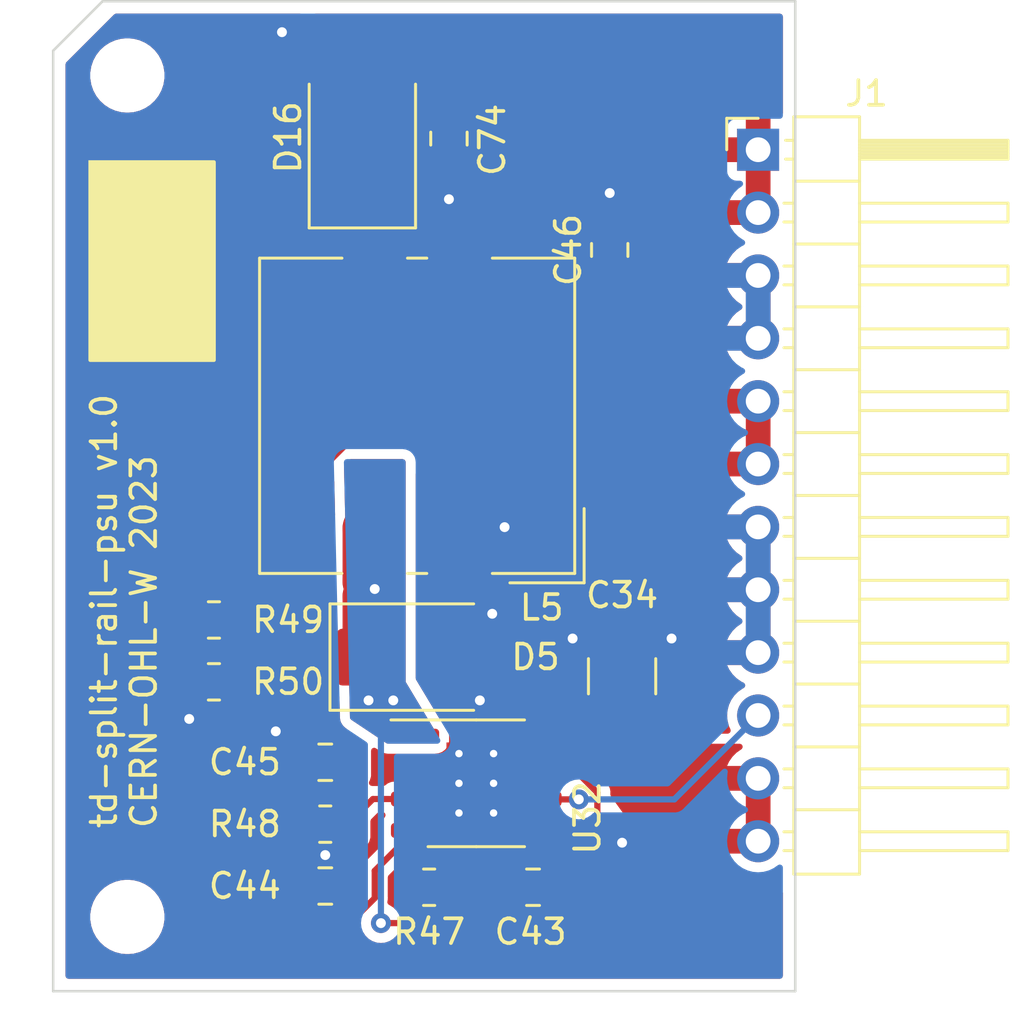
<source format=kicad_pcb>
(kicad_pcb (version 20221018) (generator pcbnew)
  (layers (0 "F.Cu" signal) (31 "B.Cu" signal) (34 "B.Paste" user) (35 "F.Paste" user) (36 "B.SilkS" user "B.Silkscreen") (37 "F.SilkS" user "F.Silkscreen") (38 "B.Mask" user) (39 "F.Mask" user) (44 "Edge.Cuts" user))
  (net 0 "")
  (net 1 "+48V")
  (net 2 "GND")
  (net 3 "Net-(U32-BST)")
  (net 4 "Net-(C44-Pad1)")
  (net 5 "Net-(U32-VC)")
  (net 6 "+12V")
  (net 7 "-12V")
  (net 8 "Net-(D16-K)")
  (net 9 "Net-(U32-RT)")
  (net 10 "Net-(U32-FB)")
  (net 11 "EN")
  (net 12 "/SW")
  (footprint "Capacitor_SMD:C_0805_2012Metric" (layer "F.Cu") (at 169.4 105.8 180)
    (fp_text reference "C43" (at 0.1 -1.8 180) (layer "F.SilkS"))
    (fp_text value "0.1uF")
    (fp_line (start -0.261252 -0.735) (end 0.261252 -0.735) (stroke (width 0.12)) (layer "F.SilkS"))
    (fp_line (start -0.261252 0.735) (end 0.261252 0.735) (stroke (width 0.12)) (layer "F.SilkS"))
    (pad "1" smd roundrect (at -0.95 0 180) (size 1 1.45) (layers "F.Cu" "F.Paste" "F.Mask") (net 3 "Net-(U32-BST)"))
    (pad "2" smd roundrect (at 0.95 0 180) (size 1 1.45) (layers "F.Cu" "F.Paste" "F.Mask") (net 12 "/SW"))
  )
  (footprint "Capacitor_SMD:C_0805_2012Metric" (layer "F.Cu") (at 161 105.75)
    (fp_text reference "C44" (at -3.25 0) (layer "F.SilkS"))
    (fp_text value "0.033uF")
    (fp_line (start -0.261252 -0.735) (end 0.261252 -0.735) (stroke (width 0.12)) (layer "F.SilkS"))
    (fp_line (start -0.261252 0.735) (end 0.261252 0.735) (stroke (width 0.12)) (layer "F.SilkS"))
    (pad "1" smd roundrect (at -0.95 0) (size 1 1.45) (layers "F.Cu" "F.Paste" "F.Mask") (net 4 "Net-(C44-Pad1)"))
    (pad "2" smd roundrect (at 0.95 0) (size 1 1.45) (layers "F.Cu" "F.Paste" "F.Mask") (net 2 "GND"))
  )
  (footprint "Resistor_SMD:R_0805_2012Metric" (layer "F.Cu") (at 165.2 105.8 180)
    (fp_text reference "R47" (at 0 -1.8) (layer "F.SilkS"))
    (fp_text value "20k")
    (fp_line (start -0.227064 -0.735) (end 0.227064 -0.735) (stroke (width 0.12)) (layer "F.SilkS"))
    (fp_line (start -0.227064 0.735) (end 0.227064 0.735) (stroke (width 0.12)) (layer "F.SilkS"))
    (pad "1" smd roundrect (at -0.9125 0 180) (size 1.025 1.4) (layers "F.Cu" "F.Paste" "F.Mask") (roundrect_rratio 0.243902439) (net 9 "Net-(U32-RT)"))
    (pad "2" smd roundrect (at 0.9125 0 180) (size 1.025 1.4) (layers "F.Cu" "F.Paste" "F.Mask") (roundrect_rratio 0.243902439) (net 2 "GND"))
  )
  (footprint "Resistor_SMD:R_0805_2012Metric" (layer "F.Cu") (at 156.5 95)
    (fp_text reference "R49" (at 3 0) (layer "F.SilkS"))
    (fp_text value "11k")
    (fp_line (start -0.227064 -0.735) (end 0.227064 -0.735) (stroke (width 0.12)) (layer "F.SilkS"))
    (fp_line (start -0.227064 0.735) (end 0.227064 0.735) (stroke (width 0.12)) (layer "F.SilkS"))
    (pad "1" smd roundrect (at -0.9125 0) (size 1.025 1.4) (layers "F.Cu" "F.Paste" "F.Mask") (roundrect_rratio 0.243902439) (net 6 "+12V"))
    (pad "2" smd roundrect (at 0.9125 0) (size 1.025 1.4) (layers "F.Cu" "F.Paste" "F.Mask") (roundrect_rratio 0.243902439) (net 10 "Net-(U32-FB)"))
  )
  (footprint "Resistor_SMD:R_0805_2012Metric" (layer "F.Cu") (at 156.5 97.5 180)
    (fp_text reference "R50" (at -3 0) (layer "F.SilkS"))
    (fp_text value "1k")
    (fp_line (start -0.227064 -0.735) (end 0.227064 -0.735) (stroke (width 0.12)) (layer "F.SilkS"))
    (fp_line (start -0.227064 0.735) (end 0.227064 0.735) (stroke (width 0.12)) (layer "F.SilkS"))
    (pad "1" smd roundrect (at -0.9125 0 180) (size 1.025 1.4) (layers "F.Cu" "F.Paste" "F.Mask") (roundrect_rratio 0.243902439) (net 10 "Net-(U32-FB)"))
    (pad "2" smd roundrect (at 0.9125 0 180) (size 1.025 1.4) (layers "F.Cu" "F.Paste" "F.Mask") (roundrect_rratio 0.243902439) (net 2 "GND"))
  )
  (footprint "Capacitor_SMD:C_0805_2012Metric" (layer "F.Cu") (at 172.5 80.05 90)
    (fp_text reference "C46" (at 0 -1.68 90) (layer "F.SilkS"))
    (fp_text value "22uF")
    (fp_line (start -0.261252 -0.735) (end 0.261252 -0.735) (stroke (width 0.12)) (layer "F.SilkS"))
    (fp_line (start -0.261252 0.735) (end 0.261252 0.735) (stroke (width 0.12)) (layer "F.SilkS"))
    (pad "1" smd roundrect (at -0.95 0 90) (size 1 1.45) (layers "F.Cu" "F.Paste" "F.Mask") (net 6 "+12V"))
    (pad "2" smd roundrect (at 0.95 0 90) (size 1 1.45) (layers "F.Cu" "F.Paste" "F.Mask") (net 2 "GND"))
  )
  (footprint "Capacitor_SMD:C_1210_3225Metric" (layer "F.Cu") (at 173 97.275 90)
    (fp_text reference "C34" (at 3.275 0) (layer "F.SilkS"))
    (fp_text value "C")
    (fp_line (start -0.711252 -1.36) (end 0.711252 -1.36) (stroke (width 0.12)) (layer "F.SilkS"))
    (fp_line (start -0.711252 1.36) (end 0.711252 1.36) (stroke (width 0.12)) (layer "F.SilkS"))
    (pad "1" smd roundrect (at -1.475 0 90) (size 1.15 2.7) (layers "F.Cu" "F.Paste" "F.Mask") (roundrect_rratio 0.2173913043) (net 1 "+48V"))
    (pad "2" smd roundrect (at 1.475 0 90) (size 1.15 2.7) (layers "F.Cu" "F.Paste" "F.Mask") (roundrect_rratio 0.2173913043) (net 2 "GND"))
  )
  (footprint "Connector_PinHeader_2.54mm:PinHeader_1x12_P2.54mm_Horizontal" (layer "F.Cu") (at 178.5 76)
    (fp_text reference "J1" (at 4.385 -2.27) (layer "F.SilkS"))
    (fp_text value "Conn_01x12_Pin")
    (fp_line (start -1.27 -1.27) (end 0 -1.27) (stroke (width 0.12)) (layer "F.SilkS"))
    (fp_line (start -1.27 0) (end -1.27 -1.27) (stroke (width 0.12)) (layer "F.SilkS"))
    (fp_line (start 1.042929 2.16) (end 1.44 2.16) (stroke (width 0.12)) (layer "F.SilkS"))
    (fp_line (start 1.042929 2.92) (end 1.44 2.92) (stroke (width 0.12)) (layer "F.SilkS"))
    (fp_line (start 1.042929 4.7) (end 1.44 4.7) (stroke (width 0.12)) (layer "F.SilkS"))
    (fp_line (start 1.042929 5.46) (end 1.44 5.46) (stroke (width 0.12)) (layer "F.SilkS"))
    (fp_line (start 1.042929 7.24) (end 1.44 7.24) (stroke (width 0.12)) (layer "F.SilkS"))
    (fp_line (start 1.042929 8) (end 1.44 8) (stroke (width 0.12)) (layer "F.SilkS"))
    (fp_line (start 1.042929 9.78) (end 1.44 9.78) (stroke (width 0.12)) (layer "F.SilkS"))
    (fp_line (start 1.042929 10.54) (end 1.44 10.54) (stroke (width 0.12)) (layer "F.SilkS"))
    (fp_line (start 1.042929 12.32) (end 1.44 12.32) (stroke (width 0.12)) (layer "F.SilkS"))
    (fp_line (start 1.042929 13.08) (end 1.44 13.08) (stroke (width 0.12)) (layer "F.SilkS"))
    (fp_line (start 1.042929 14.86) (end 1.44 14.86) (stroke (width 0.12)) (layer "F.SilkS"))
    (fp_line (start 1.042929 15.62) (end 1.44 15.62) (stroke (width 0.12)) (layer "F.SilkS"))
    (fp_line (start 1.042929 17.4) (end 1.44 17.4) (stroke (width 0.12)) (layer "F.SilkS"))
    (fp_line (start 1.042929 18.16) (end 1.44 18.16) (stroke (width 0.12)) (layer "F.SilkS"))
    (fp_line (start 1.042929 19.94) (end 1.44 19.94) (stroke (width 0.12)) (layer "F.SilkS"))
    (fp_line (start 1.042929 20.7) (end 1.44 20.7) (stroke (width 0.12)) (layer "F.SilkS"))
    (fp_line (start 1.042929 22.48) (end 1.44 22.48) (stroke (width 0.12)) (layer "F.SilkS"))
    (fp_line (start 1.042929 23.24) (end 1.44 23.24) (stroke (width 0.12)) (layer "F.SilkS"))
    (fp_line (start 1.042929 25.02) (end 1.44 25.02) (stroke (width 0.12)) (layer "F.SilkS"))
    (fp_line (start 1.042929 25.78) (end 1.44 25.78) (stroke (width 0.12)) (layer "F.SilkS"))
    (fp_line (start 1.042929 27.56) (end 1.44 27.56) (stroke (width 0.12)) (layer "F.SilkS"))
    (fp_line (start 1.042929 28.32) (end 1.44 28.32) (stroke (width 0.12)) (layer "F.SilkS"))
    (fp_line (start 1.11 -0.38) (end 1.44 -0.38) (stroke (width 0.12)) (layer "F.SilkS"))
    (fp_line (start 1.11 0.38) (end 1.44 0.38) (stroke (width 0.12)) (layer "F.SilkS"))
    (fp_line (start 1.44 -1.33) (end 1.44 29.27) (stroke (width 0.12)) (layer "F.SilkS"))
    (fp_line (start 1.44 1.27) (end 4.1 1.27) (stroke (width 0.12)) (layer "F.SilkS"))
    (fp_line (start 1.44 3.81) (end 4.1 3.81) (stroke (width 0.12)) (layer "F.SilkS"))
    (fp_line (start 1.44 6.35) (end 4.1 6.35) (stroke (width 0.12)) (layer "F.SilkS"))
    (fp_line (start 1.44 8.89) (end 4.1 8.89) (stroke (width 0.12)) (layer "F.SilkS"))
    (fp_line (start 1.44 11.43) (end 4.1 11.43) (stroke (width 0.12)) (layer "F.SilkS"))
    (fp_line (start 1.44 13.97) (end 4.1 13.97) (stroke (width 0.12)) (layer "F.SilkS"))
    (fp_line (start 1.44 16.51) (end 4.1 16.51) (stroke (width 0.12)) (layer "F.SilkS"))
    (fp_line (start 1.44 19.05) (end 4.1 19.05) (stroke (width 0.12)) (layer "F.SilkS"))
    (fp_line (start 1.44 21.59) (end 4.1 21.59) (stroke (width 0.12)) (layer "F.SilkS"))
    (fp_line (start 1.44 24.13) (end 4.1 24.13) (stroke (width 0.12)) (layer "F.SilkS"))
    (fp_line (start 1.44 26.67) (end 4.1 26.67) (stroke (width 0.12)) (layer "F.SilkS"))
    (fp_line (start 1.44 29.27) (end 4.1 29.27) (stroke (width 0.12)) (layer "F.SilkS"))
    (fp_line (start 4.1 -1.33) (end 1.44 -1.33) (stroke (width 0.12)) (layer "F.SilkS"))
    (fp_line (start 4.1 -0.38) (end 10.1 -0.38) (stroke (width 0.12)) (layer "F.SilkS"))
    (fp_line (start 4.1 -0.32) (end 10.1 -0.32) (stroke (width 0.12)) (layer "F.SilkS"))
    (fp_line (start 4.1 -0.2) (end 10.1 -0.2) (stroke (width 0.12)) (layer "F.SilkS"))
    (fp_line (start 4.1 -0.08) (end 10.1 -0.08) (stroke (width 0.12)) (layer "F.SilkS"))
    (fp_line (start 4.1 0.04) (end 10.1 0.04) (stroke (width 0.12)) (layer "F.SilkS"))
    (fp_line (start 4.1 0.16) (end 10.1 0.16) (stroke (width 0.12)) (layer "F.SilkS"))
    (fp_line (start 4.1 0.28) (end 10.1 0.28) (stroke (width 0.12)) (layer "F.SilkS"))
    (fp_line (start 4.1 2.16) (end 10.1 2.16) (stroke (width 0.12)) (layer "F.SilkS"))
    (fp_line (start 4.1 4.7) (end 10.1 4.7) (stroke (width 0.12)) (layer "F.SilkS"))
    (fp_line (start 4.1 7.24) (end 10.1 7.24) (stroke (width 0.12)) (layer "F.SilkS"))
    (fp_line (start 4.1 9.78) (end 10.1 9.78) (stroke (width 0.12)) (layer "F.SilkS"))
    (fp_line (start 4.1 12.32) (end 10.1 12.32) (stroke (width 0.12)) (layer "F.SilkS"))
    (fp_line (start 4.1 14.86) (end 10.1 14.86) (stroke (width 0.12)) (layer "F.SilkS"))
    (fp_line (start 4.1 17.4) (end 10.1 17.4) (stroke (width 0.12)) (layer "F.SilkS"))
    (fp_line (start 4.1 19.94) (end 10.1 19.94) (stroke (width 0.12)) (layer "F.SilkS"))
    (fp_line (start 4.1 22.48) (end 10.1 22.48) (stroke (width 0.12)) (layer "F.SilkS"))
    (fp_line (start 4.1 25.02) (end 10.1 25.02) (stroke (width 0.12)) (layer "F.SilkS"))
    (fp_line (start 4.1 27.56) (end 10.1 27.56) (stroke (width 0.12)) (layer "F.SilkS"))
    (fp_line (start 4.1 29.27) (end 4.1 -1.33) (stroke (width 0.12)) (layer "F.SilkS"))
    (fp_line (start 10.1 -0.38) (end 10.1 0.38) (stroke (width 0.12)) (layer "F.SilkS"))
    (fp_line (start 10.1 0.38) (end 4.1 0.38) (stroke (width 0.12)) (layer "F.SilkS"))
    (fp_line (start 10.1 2.16) (end 10.1 2.92) (stroke (width 0.12)) (layer "F.SilkS"))
    (fp_line (start 10.1 2.92) (end 4.1 2.92) (stroke (width 0.12)) (layer "F.SilkS"))
    (fp_line (start 10.1 4.7) (end 10.1 5.46) (stroke (width 0.12)) (layer "F.SilkS"))
    (fp_line (start 10.1 5.46) (end 4.1 5.46) (stroke (width 0.12)) (layer "F.SilkS"))
    (fp_line (start 10.1 7.24) (end 10.1 8) (stroke (width 0.12)) (layer "F.SilkS"))
    (fp_line (start 10.1 8) (end 4.1 8) (stroke (width 0.12)) (layer "F.SilkS"))
    (fp_line (start 10.1 9.78) (end 10.1 10.54) (stroke (width 0.12)) (layer "F.SilkS"))
    (fp_line (start 10.1 10.54) (end 4.1 10.54) (stroke (width 0.12)) (layer "F.SilkS"))
    (fp_line (start 10.1 12.32) (end 10.1 13.08) (stroke (width 0.12)) (layer "F.SilkS"))
    (fp_line (start 10.1 13.08) (end 4.1 13.08) (stroke (width 0.12)) (layer "F.SilkS"))
    (fp_line (start 10.1 14.86) (end 10.1 15.62) (stroke (width 0.12)) (layer "F.SilkS"))
    (fp_line (start 10.1 15.62) (end 4.1 15.62) (stroke (width 0.12)) (layer "F.SilkS"))
    (fp_line (start 10.1 17.4) (end 10.1 18.16) (stroke (width 0.12)) (layer "F.SilkS"))
    (fp_line (start 10.1 18.16) (end 4.1 18.16) (stroke (width 0.12)) (layer "F.SilkS"))
    (fp_line (start 10.1 19.94) (end 10.1 20.7) (stroke (width 0.12)) (layer "F.SilkS"))
    (fp_line (start 10.1 20.7) (end 4.1 20.7) (stroke (width 0.12)) (layer "F.SilkS"))
    (fp_line (start 10.1 22.48) (end 10.1 23.24) (stroke (width 0.12)) (layer "F.SilkS"))
    (fp_line (start 10.1 23.24) (end 4.1 23.24) (stroke (width 0.12)) (layer "F.SilkS"))
    (fp_line (start 10.1 25.02) (end 10.1 25.78) (stroke (width 0.12)) (layer "F.SilkS"))
    (fp_line (start 10.1 25.78) (end 4.1 25.78) (stroke (width 0.12)) (layer "F.SilkS"))
    (fp_line (start 10.1 27.56) (end 10.1 28.32) (stroke (width 0.12)) (layer "F.SilkS"))
    (fp_line (start 10.1 28.32) (end 4.1 28.32) (stroke (width 0.12)) (layer "F.SilkS"))
    (pad "1" thru_hole rect (at 0 0) (size 1.7 1.7) (drill 1) (layers "*.Cu" "*.Mask") (net 7 "-12V"))
    (pad "2" thru_hole oval (at 0 2.54) (size 1.7 1.7) (drill 1) (layers "*.Cu" "*.Mask") (net 7 "-12V"))
    (pad "3" thru_hole oval (at 0 5.08) (size 1.7 1.7) (drill 1) (layers "*.Cu" "*.Mask") (net 2 "GND"))
    (pad "4" thru_hole oval (at 0 7.62) (size 1.7 1.7) (drill 1) (layers "*.Cu" "*.Mask") (net 2 "GND"))
    (pad "5" thru_hole oval (at 0 10.16) (size 1.7 1.7) (drill 1) (layers "*.Cu" "*.Mask") (net 6 "+12V"))
    (pad "6" thru_hole oval (at 0 12.7) (size 1.7 1.7) (drill 1) (layers "*.Cu" "*.Mask") (net 6 "+12V"))
    (pad "7" thru_hole oval (at 0 15.24) (size 1.7 1.7) (drill 1) (layers "*.Cu" "*.Mask") (net 2 "GND"))
    (pad "8" thru_hole oval (at 0 17.78) (size 1.7 1.7) (drill 1) (layers "*.Cu" "*.Mask") (net 2 "GND"))
    (pad "9" thru_hole oval (at 0 20.32) (size 1.7 1.7) (drill 1) (layers "*.Cu" "*.Mask") (net 2 "GND"))
    (pad "10" thru_hole oval (at 0 22.86) (size 1.7 1.7) (drill 1) (layers "*.Cu" "*.Mask") (net 11 "EN"))
    (pad "11" thru_hole oval (at 0 25.4) (size 1.7 1.7) (drill 1) (layers "*.Cu" "*.Mask") (net 1 "+48V"))
    (pad "12" thru_hole oval (at 0 27.94) (size 1.7 1.7) (drill 1) (layers "*.Cu" "*.Mask") (net 1 "+48V"))
  )
  (footprint "MountingHole:MountingHole_2.5mm" (layer "F.Cu") (at 153 107)
    (fp_text reference "H2" hide)
    (fp_text value "MountingHole")
    (pad "" np_thru_hole circle (at 0 0) (size 2.5 2.5) (drill 2.5) (layers "*.Cu" "*.Mask"))
  )
  (footprint "Diode_SMD:D_SMB" (layer "F.Cu") (at 164.85 96.5)
    (fp_text reference "D5" (at 4.65 0) (layer "F.SilkS"))
    (fp_text value "B220")
    (fp_line (start -3.66 -2.15) (end -3.66 2.15) (stroke (width 0.12)) (layer "F.SilkS"))
    (fp_line (start -3.66 -2.15) (end 2.15 -2.15) (stroke (width 0.12)) (layer "F.SilkS"))
    (fp_line (start -3.66 2.15) (end 2.15 2.15) (stroke (width 0.12)) (layer "F.SilkS"))
    (pad "1" smd roundrect (at -2.15 0) (size 2.5 2.3) (layers "F.Cu" "F.Paste" "F.Mask") (roundrect_rratio 0.1086956522) (net 12 "/SW"))
    (pad "2" smd roundrect (at 2.15 0) (size 2.5 2.3) (layers "F.Cu" "F.Paste" "F.Mask") (roundrect_rratio 0.1086956522) (net 2 "GND"))
  )
  (footprint "Inductor_SMD:L_Bourns_SRF1260" (layer "F.Cu") (at 164.715 86.75 180)
    (fp_text reference "L5" (at -5.035 -7.75) (layer "F.SilkS"))
    (fp_text value "47uH")
    (fp_line (start -6.75 -6.75) (end -3.75 -6.75) (stroke (width 0.12)) (layer "F.SilkS"))
    (fp_line (start -6.75 -3.75) (end -6.75 -6.75) (stroke (width 0.12)) (layer "F.SilkS"))
    (fp_line (start -6.37 -6.37) (end -6.37 6.37) (stroke (width 0.12)) (layer "F.SilkS"))
    (fp_line (start -6.37 -6.37) (end -3.04 -6.37) (stroke (width 0.12)) (layer "F.SilkS"))
    (fp_line (start -6.37 6.37) (end -3.04 6.37) (stroke (width 0.12)) (layer "F.SilkS"))
    (fp_line (start -0.39 -6.37) (end 0.39 -6.37) (stroke (width 0.12)) (layer "F.SilkS"))
    (fp_line (start -0.39 6.37) (end 0.39 6.37) (stroke (width 0.12)) (layer "F.SilkS"))
    (fp_line (start 3.04 -6.37) (end 6.37 -6.37) (stroke (width 0.12)) (layer "F.SilkS"))
    (fp_line (start 3.04 6.37) (end 6.37 6.37) (stroke (width 0.12)) (layer "F.SilkS"))
    (fp_line (start 6.37 -6.37) (end 6.37 6.37) (stroke (width 0.12)) (layer "F.SilkS"))
    (pad "1" smd roundrect (at -1.715 -4.25 180) (size 2.15 4.5) (layers "F.Cu" "F.Paste" "F.Mask") (net 2 "GND"))
    (pad "2" smd roundrect (at 1.715 -4.25 180) (size 2.15 4.5) (layers "F.Cu" "F.Paste" "F.Mask") (net 12 "/SW"))
    (pad "3" smd roundrect (at 1.715 4.25 180) (size 2.15 4.5) (layers "F.Cu" "F.Paste" "F.Mask") (net 8 "Net-(D16-K)"))
    (pad "4" smd roundrect (at -1.715 4.25 180) (size 2.15 4.5) (layers "F.Cu" "F.Paste" "F.Mask") (net 6 "+12V"))
  )
  (footprint "Diode_SMD:D_SMB" (layer "F.Cu") (at 162.5 75.5 90)
    (fp_text reference "D16" (at 0 -3 90) (layer "F.SilkS"))
    (fp_text value "B220")
    (fp_line (start -3.66 -2.15) (end -3.66 2.15) (stroke (width 0.12)) (layer "F.SilkS"))
    (fp_line (start -3.66 -2.15) (end 2.15 -2.15) (stroke (width 0.12)) (layer "F.SilkS"))
    (fp_line (start -3.66 2.15) (end 2.15 2.15) (stroke (width 0.12)) (layer "F.SilkS"))
    (pad "1" smd roundrect (at -2.15 0 90) (size 2.5 2.3) (layers "F.Cu" "F.Paste" "F.Mask") (roundrect_rratio 0.1086956522) (net 8 "Net-(D16-K)"))
    (pad "2" smd roundrect (at 2.15 0 90) (size 2.5 2.3) (layers "F.Cu" "F.Paste" "F.Mask") (roundrect_rratio 0.1086956522) (net 7 "-12V"))
  )
  (footprint "Resistor_SMD:R_0805_2012Metric" (layer "F.Cu") (at 161 103.25 180)
    (fp_text reference "R48" (at 3.25 0) (layer "F.SilkS"))
    (fp_text value "15.4k")
    (fp_line (start -0.227064 -0.735) (end 0.227064 -0.735) (stroke (width 0.12)) (layer "F.SilkS"))
    (fp_line (start -0.227064 0.735) (end 0.227064 0.735) (stroke (width 0.12)) (layer "F.SilkS"))
    (pad "1" smd roundrect (at -0.9125 0 180) (size 1.025 1.4) (layers "F.Cu" "F.Paste" "F.Mask") (roundrect_rratio 0.243902439) (net 5 "Net-(U32-VC)"))
    (pad "2" smd roundrect (at 0.9125 0 180) (size 1.025 1.4) (layers "F.Cu" "F.Paste" "F.Mask") (roundrect_rratio 0.243902439) (net 4 "Net-(C44-Pad1)"))
  )
  (footprint "Capacitor_SMD:C_0805_2012Metric" (layer "F.Cu") (at 166 75.55 90)
    (fp_text reference "C74" (at -0.05 1.75 90) (layer "F.SilkS"))
    (fp_text value "C")
    (fp_line (start -0.261252 -0.735) (end 0.261252 -0.735) (stroke (width 0.12)) (layer "F.SilkS"))
    (fp_line (start -0.261252 0.735) (end 0.261252 0.735) (stroke (width 0.12)) (layer "F.SilkS"))
    (pad "1" smd roundrect (at -0.95 0 90) (size 1 1.45) (layers "F.Cu" "F.Paste" "F.Mask") (net 2 "GND"))
    (pad "2" smd roundrect (at 0.95 0 90) (size 1 1.45) (layers "F.Cu" "F.Paste" "F.Mask") (net 7 "-12V"))
  )
  (footprint "MountingHole:MountingHole_2.5mm" (layer "F.Cu") (at 153 73)
    (fp_text reference "H1" hide)
    (fp_text value "MountingHole")
    (pad "" np_thru_hole circle (at 0 0) (size 2.5 2.5) (drill 2.5) (layers "*.Cu" "*.Mask"))
  )
  (footprint "Capacitor_SMD:C_0805_2012Metric" (layer "F.Cu") (at 161 100.75 180)
    (fp_text reference "C45" (at 3.25 0) (layer "F.SilkS"))
    (fp_text value "22pF")
    (fp_line (start -0.261252 -0.735) (end 0.261252 -0.735) (stroke (width 0.12)) (layer "F.SilkS"))
    (fp_line (start -0.261252 0.735) (end 0.261252 0.735) (stroke (width 0.12)) (layer "F.SilkS"))
    (pad "1" smd roundrect (at -0.95 0 180) (size 1 1.45) (layers "F.Cu" "F.Paste" "F.Mask") (net 5 "Net-(U32-VC)"))
    (pad "2" smd roundrect (at 0.95 0 180) (size 1 1.45) (layers "F.Cu" "F.Paste" "F.Mask") (net 2 "GND"))
  )
  (footprint "Package_SO:SOIC-8-1EP_3.9x4.9mm_P1.27mm_EP2.41x3.3mm_ThermalVias" (layer "F.Cu") (at 167.105 101.6)
    (fp_text reference "U32" (at 4.495 1.4 90) (layer "F.SilkS"))
    (fp_text value "BD9G341AEFJ")
    (fp_line (start 0 -2.56) (end -3.45 -2.56) (stroke (width 0.12)) (layer "F.SilkS"))
    (fp_line (start 0 -2.56) (end 1.95 -2.56) (stroke (width 0.12)) (layer "F.SilkS"))
    (fp_line (start 0 2.56) (end -1.95 2.56) (stroke (width 0.12)) (layer "F.SilkS"))
    (fp_line (start 0 2.56) (end 1.95 2.56) (stroke (width 0.12)) (layer "F.SilkS"))
    (pad "1" smd roundrect (at -2.475 -1.905) (size 1.95 0.6) (layers "F.Cu" "F.Paste" "F.Mask") (net 12 "/SW"))
    (pad "2" smd roundrect (at -2.475 -0.635) (size 1.95 0.6) (layers "F.Cu" "F.Paste" "F.Mask") (net 2 "GND"))
    (pad "3" smd roundrect (at -2.475 0.635) (size 1.95 0.6) (layers "F.Cu" "F.Paste" "F.Mask") (net 5 "Net-(U32-VC)"))
    (pad "4" smd roundrect (at -2.475 1.905) (size 1.95 0.6) (layers "F.Cu" "F.Paste" "F.Mask") (net 10 "Net-(U32-FB)"))
    (pad "5" smd roundrect (at 2.475 1.905) (size 1.95 0.6) (layers "F.Cu" "F.Paste" "F.Mask") (net 9 "Net-(U32-RT)"))
    (pad "6" smd roundrect (at 2.475 0.635) (size 1.95 0.6) (layers "F.Cu" "F.Paste" "F.Mask") (net 11 "EN"))
    (pad "7" smd roundrect (at 2.475 -0.635) (size 1.95 0.6) (layers "F.Cu" "F.Paste" "F.Mask") (net 3 "Net-(U32-BST)"))
    (pad "8" smd roundrect (at 2.475 -1.905) (size 1.95 0.6) (layers "F.Cu" "F.Paste" "F.Mask") (net 1 "+48V"))
    (pad "9" thru_hole circle (at -0.7 -1.2) (size 0.5 0.5) (drill 0.3) (layers "*.Cu") (net 2 "GND"))
    (pad "9" thru_hole circle (at -0.7 0) (size 0.5 0.5) (drill 0.3) (layers "*.Cu") (net 2 "GND"))
    (pad "9" thru_hole circle (at -0.7 1.2) (size 0.5 0.5) (drill 0.3) (layers "*.Cu") (net 2 "GND"))
    (pad "9" smd rect (at 0 0) (size 1.9 2.9) (layers "B.Cu") (net 2 "GND"))
    (pad "9" smd rect (at 0 0) (size 2.41 3.3) (layers "F.Cu" "F.Mask") (net 2 "GND"))
    (pad "9" thru_hole circle (at 0.7 -1.2) (size 0.5 0.5) (drill 0.3) (layers "*.Cu") (net 2 "GND"))
    (pad "9" thru_hole circle (at 0.7 0) (size 0.5 0.5) (drill 0.3) (layers "*.Cu") (net 2 "GND"))
    (pad "9" thru_hole circle (at 0.7 1.2) (size 0.5 0.5) (drill 0.3) (layers "*.Cu") (net 2 "GND"))
  )
  (gr_rect (start 151.5 76.5) (end 156.5 84.5) (stroke (width 0.15)) (fill solid) (layer "F.SilkS"))
  (gr_line (start 180 110) (end 150 110) (stroke (width 0.1)) (layer "Edge.Cuts"))
  (gr_line (start 152 70) (end 180 70) (stroke (width 0.1)) (layer "Edge.Cuts"))
  (gr_line (start 150 72) (end 152 70) (stroke (width 0.1)) (layer "Edge.Cuts"))
  (gr_line (start 150 110) (end 150 72) (stroke (width 0.1)) (layer "Edge.Cuts"))
  (gr_line (start 180 70) (end 180 110) (stroke (width 0.1)) (layer "Edge.Cuts"))
  (gr_text "td-split-rail-psu v1.0\nCERN-OHL-W 2023" (at 154.25 103.5 90) (layer "F.SilkS") (effects (font (size 1 1)) (justify left bottom)))
  (via (at 175 95.75) (size 0.8) (drill 0.4) (layers "F.Cu" "B.Cu") (net 2))
  (via (at 171 95.75) (size 0.8) (drill 0.4) (layers "F.Cu" "B.Cu") (net 2))
  (via (at 168.25 91.25) (size 0.8) (drill 0.4) (layers "F.Cu" "B.Cu") (net 2))
  (via (at 159.25 71.25) (size 0.8) (drill 0.4) (layers "F.Cu" "B.Cu") (net 2))
  (via (at 161 104.5) (size 0.8) (drill 0.4) (layers "F.Cu" "B.Cu") (net 2))
  (via (at 166 78) (size 0.8) (drill 0.4) (layers "F.Cu" "B.Cu") (net 2))
  (via (at 167.75 94.75) (size 0.8) (drill 0.4) (layers "F.Cu" "B.Cu") (net 2))
  (via (at 173 104) (size 0.8) (drill 0.4) (layers "F.Cu" "B.Cu") (net 2))
  (via (at 167.25 98.25) (size 0.8) (drill 0.4) (layers "F.Cu" "B.Cu") (net 2))
  (via (at 155.5 99) (size 0.8) (drill 0.4) (layers "F.Cu" "B.Cu") (net 2))
  (via (at 172.5 77.75) (size 0.8) (drill 0.4) (layers "F.Cu" "B.Cu") (net 2))
  (via (at 159 99.5) (size 0.8) (drill 0.4) (layers "F.Cu" "B.Cu") (net 2))
  (segment (start 169.58 100.965) (end 170.990305 100.965) (width 0.25) (layer "F.Cu") (net 3))
  (segment (start 172 101.974695) (end 172 104.15) (width 0.25) (layer "F.Cu") (net 3))
  (segment (start 172 104.15) (end 170.35 105.8) (width 0.25) (layer "F.Cu") (net 3))
  (segment (start 170.990305 100.965) (end 172 101.974695) (width 0.25) (layer "F.Cu") (net 3))
  (segment (start 160.0875 103.25) (end 160.0875 105.7125) (width 0.25) (layer "F.Cu") (net 4))
  (segment (start 160.0875 105.7125) (end 160.05 105.75) (width 0.25) (layer "F.Cu") (net 4))
  (segment (start 161.95 103.2125) (end 161.9125 103.25) (width 0.25) (layer "F.Cu") (net 5))
  (segment (start 161.95 100.75) (end 161.95 103.2125) (width 0.25) (layer "F.Cu") (net 5))
  (segment (start 164.63 102.235) (end 162.9275 102.235) (width 0.25) (layer "F.Cu") (net 5))
  (segment (start 162.9275 102.235) (end 161.9125 103.25) (width 0.25) (layer "F.Cu") (net 5))
  (segment (start 155.5 94.855241) (end 155.5 94.25) (width 0.25) (layer "F.Cu") (net 6))
  (segment (start 166.43 83.32) (end 166.43 82.5) (width 0.25) (layer "F.Cu") (net 6))
  (segment (start 155.5875 94.942741) (end 155.5 94.855241) (width 0.25) (layer "F.Cu") (net 6))
  (segment (start 155.5 94.25) (end 166.43 83.32) (width 0.25) (layer "F.Cu") (net 6))
  (segment (start 155.5875 95) (end 155.5875 94.942741) (width 0.25) (layer "F.Cu") (net 6))
  (segment (start 162.5 82) (end 163 82.5) (width 2) (layer "F.Cu") (net 8))
  (segment (start 162.5 77.65) (end 162.5 82) (width 2) (layer "F.Cu") (net 8))
  (segment (start 169.58 103.505) (end 169.51 103.575) (width 0.25) (layer "F.Cu") (net 9))
  (segment (start 169.51 103.575) (end 168.3375 103.575) (width 0.25) (layer "F.Cu") (net 9))
  (segment (start 168.3375 103.575) (end 166.1125 105.8) (width 0.25) (layer "F.Cu") (net 9))
  (segment (start 164.63 103.505) (end 163 105.135) (width 0.25) (layer "F.Cu") (net 10))
  (segment (start 160.261827 107.5) (end 157.4125 104.650673) (width 0.25) (layer "F.Cu") (net 10))
  (segment (start 163 106.238173) (end 161.738173 107.5) (width 0.25) (layer "F.Cu") (net 10))
  (segment (start 157.4125 95) (end 157.4125 97.5) (width 0.25) (layer "F.Cu") (net 10))
  (segment (start 161.738173 107.5) (end 160.261827 107.5) (width 0.25) (layer "F.Cu") (net 10))
  (segment (start 157.4125 104.650673) (end 157.4125 97.5) (width 0.25) (layer "F.Cu") (net 10))
  (segment (start 163 105.135) (end 163 106.238173) (width 0.25) (layer "F.Cu") (net 10))
  (segment (start 171.25 102.25) (end 169.595 102.25) (width 0.25) (layer "F.Cu") (net 11))
  (segment (start 169.595 102.25) (end 169.58 102.235) (width 0.25) (layer "F.Cu") (net 11))
  (via (at 171.25 102.25) (size 0.8) (drill 0.4) (layers "F.Cu" "B.Cu") (net 11))
  (segment (start 175.11 102.25) (end 171.25 102.25) (width 0.25) (layer "B.Cu") (net 11))
  (segment (start 178.5 98.86) (end 175.11 102.25) (width 0.25) (layer "B.Cu") (net 11))
  (segment (start 168.45 105.8) (end 167 107.25) (width 0.25) (layer "F.Cu") (net 12))
  (segment (start 162.7 93.45) (end 162.7 91.3) (width 2) (layer "F.Cu") (net 12))
  (segment (start 162.7 94.05) (end 163 93.75) (width 2) (layer "F.Cu") (net 12))
  (segment (start 167 107.25) (end 163.25 107.25) (width 0.25) (layer "F.Cu") (net 12))
  (segment (start 164.63 99.695) (end 164.195 99.695) (width 0.25) (layer "F.Cu") (net 12))
  (segment (start 163 93.75) (end 162.7 93.45) (width 2) (layer "F.Cu") (net 12))
  (segment (start 162.7 96.5) (end 162.7 94.05) (width 2) (layer "F.Cu") (net 12))
  (segment (start 162.7 91.3) (end 163 91) (width 2) (layer "F.Cu") (net 12))
  (segment (start 162.75 96.55) (end 162.7 96.5) (width 0.25) (layer "F.Cu") (net 12))
  (via (at 163 93.75) (size 0.8) (drill 0.4) (layers "F.Cu" "B.Cu") (net 12))
  (via (at 162.75 98.25) (size 0.8) (drill 0.4) (layers "F.Cu" "B.Cu") (net 12))
  (via (at 163.75 98.25) (size 0.8) (drill 0.4) (layers "F.Cu" "B.Cu") (net 12))
  (via (at 163.25 107.25) (size 0.8) (drill 0.4) (layers "F.Cu" "B.Cu") (net 12))
  (segment (start 163.25 107.25) (end 163.25 98.75) (width 0.25) (layer "B.Cu") (net 12))
  (segment (start 163.25 98.75) (end 162.75 98.25) (width 0.25) (layer "B.Cu") (net 12))
  (zone (net 1) (net_name "+48V") (layer "F.Cu") (priority 1) (connect_pads thru_hole_only (clearance 0.4)) (min_thickness 0.25) (fill yes (thermal_gap 0.5) (thermal_bridge_width 1))
    (polygon (pts (xy 175 105.5) (xy 179.5 105.5) (xy 179.5 100) (xy 176.5 100) (xy 175 98.5) (xy 168.5 98.5) (xy 168.5 100) (xy 171 100)))
  )
  (zone (net 6) (net_name "+12V") (layer "F.Cu") (priority 3) (connect_pads thru_hole_only (clearance 0.4)) (min_thickness 0.25) (fill yes (thermal_gap 0.5) (thermal_bridge_width 1))
    (polygon (pts (xy 179.5 85) (xy 176.5 85) (xy 173 80) (xy 165 80) (xy 165 90) (xy 179.5 90)))
  )
  (zone (net 7) (net_name "-12V") (layer "F.Cu") (priority 2) (connect_pads thru_hole_only (clearance 0.4)) (min_thickness 0.25) (fill yes (thermal_gap 0.5) (thermal_bridge_width 1))
    (polygon (pts (xy 179.5 79.5) (xy 179.5 70.5) (xy 160.5 70.5) (xy 160.5 75.5) (xy 174 75.5) (xy 176.5 79.5)))
  )
  (zone (net 12) (net_name "/SW") (layers "F&B.Cu") (priority 4) (connect_pads thru_hole_only (clearance 0.4)) (min_thickness 0.25) (fill yes (thermal_gap 0.5) (thermal_bridge_width 0.5))
    (polygon (pts (xy 165.75 100) (xy 164.25 97.5) (xy 164.25 88.5) (xy 161.75 88.5) (xy 162 99) (xy 163.5 100)))
  )
  (zone (net 2) (net_name "GND") (layers "F&B.Cu") (connect_pads thru_hole_only (clearance 0.4)) (min_thickness 0.25) (fill yes (thermal_gap 0.5) (thermal_bridge_width 1))
    (polygon (pts (xy 179.5 109.5) (xy 179.5 70.5) (xy 152.5 70.5) (xy 150.5 72.5) (xy 150.5 109.5)))
  )
)
</source>
